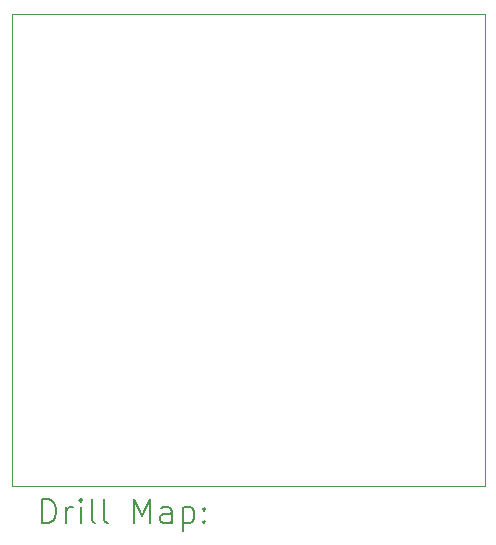
<source format=gbr>
%FSLAX45Y45*%
G04 Gerber Fmt 4.5, Leading zero omitted, Abs format (unit mm)*
G04 Created by KiCad (PCBNEW (6.0.2)) date 2022-04-05 13:45:07*
%MOMM*%
%LPD*%
G01*
G04 APERTURE LIST*
%TA.AperFunction,Profile*%
%ADD10C,0.050000*%
%TD*%
%ADD11C,0.200000*%
G04 APERTURE END LIST*
D10*
X14000000Y-10000000D02*
X14000000Y-14000000D01*
X10000000Y-10000000D02*
X10000000Y-14000000D01*
X10000000Y-10000000D02*
X14000000Y-10000000D01*
X10000000Y-14000000D02*
X14000000Y-14000000D01*
D11*
X10255119Y-14312976D02*
X10255119Y-14112976D01*
X10302738Y-14112976D01*
X10331310Y-14122500D01*
X10350357Y-14141548D01*
X10359881Y-14160595D01*
X10369405Y-14198690D01*
X10369405Y-14227262D01*
X10359881Y-14265357D01*
X10350357Y-14284405D01*
X10331310Y-14303452D01*
X10302738Y-14312976D01*
X10255119Y-14312976D01*
X10455119Y-14312976D02*
X10455119Y-14179643D01*
X10455119Y-14217738D02*
X10464643Y-14198690D01*
X10474167Y-14189167D01*
X10493214Y-14179643D01*
X10512262Y-14179643D01*
X10578929Y-14312976D02*
X10578929Y-14179643D01*
X10578929Y-14112976D02*
X10569405Y-14122500D01*
X10578929Y-14132024D01*
X10588452Y-14122500D01*
X10578929Y-14112976D01*
X10578929Y-14132024D01*
X10702738Y-14312976D02*
X10683690Y-14303452D01*
X10674167Y-14284405D01*
X10674167Y-14112976D01*
X10807500Y-14312976D02*
X10788452Y-14303452D01*
X10778929Y-14284405D01*
X10778929Y-14112976D01*
X11036071Y-14312976D02*
X11036071Y-14112976D01*
X11102738Y-14255833D01*
X11169405Y-14112976D01*
X11169405Y-14312976D01*
X11350357Y-14312976D02*
X11350357Y-14208214D01*
X11340833Y-14189167D01*
X11321786Y-14179643D01*
X11283690Y-14179643D01*
X11264643Y-14189167D01*
X11350357Y-14303452D02*
X11331309Y-14312976D01*
X11283690Y-14312976D01*
X11264643Y-14303452D01*
X11255119Y-14284405D01*
X11255119Y-14265357D01*
X11264643Y-14246309D01*
X11283690Y-14236786D01*
X11331309Y-14236786D01*
X11350357Y-14227262D01*
X11445595Y-14179643D02*
X11445595Y-14379643D01*
X11445595Y-14189167D02*
X11464643Y-14179643D01*
X11502738Y-14179643D01*
X11521786Y-14189167D01*
X11531309Y-14198690D01*
X11540833Y-14217738D01*
X11540833Y-14274881D01*
X11531309Y-14293928D01*
X11521786Y-14303452D01*
X11502738Y-14312976D01*
X11464643Y-14312976D01*
X11445595Y-14303452D01*
X11626548Y-14293928D02*
X11636071Y-14303452D01*
X11626548Y-14312976D01*
X11617024Y-14303452D01*
X11626548Y-14293928D01*
X11626548Y-14312976D01*
X11626548Y-14189167D02*
X11636071Y-14198690D01*
X11626548Y-14208214D01*
X11617024Y-14198690D01*
X11626548Y-14189167D01*
X11626548Y-14208214D01*
M02*

</source>
